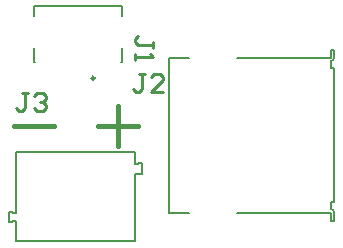
<source format=gbr>
%TF.GenerationSoftware,Altium Limited,Altium Designer,24.2.2 (26)*%
G04 Layer_Color=65535*
%FSLAX45Y45*%
%MOMM*%
%TF.SameCoordinates,ED05C265-6832-4B09-BD0A-DE9E8D978F3E*%
%TF.FilePolarity,Positive*%
%TF.FileFunction,Legend,Top*%
%TF.Part,Single*%
G01*
G75*
%TA.AperFunction,NonConductor*%
%ADD20C,0.20000*%
%ADD21C,0.25000*%
%ADD22C,0.38100*%
%ADD23C,0.25400*%
D20*
X6789983Y2594001D02*
G03*
X6760000Y2625000I-29983J999D01*
G01*
Y3875000D02*
G03*
X6789983Y3906000I0J30000D01*
G01*
X6759999Y2684996D02*
X6789999Y2685004D01*
X6760000Y2525000D02*
X6790000D01*
X6760000D02*
Y2595000D01*
X6789983Y2594001D02*
X6790000Y2525000D01*
X6759999Y2684996D02*
X6760000Y2625000D01*
X6759999Y3815004D02*
X6760000Y3875000D01*
X6759999Y3815004D02*
X6789999D01*
X6789983Y3906000D02*
X6790000Y3975000D01*
X6760000Y3905000D02*
Y3975000D01*
X6790000D01*
X5390000Y2595000D02*
Y3905000D01*
X6789999Y2685004D02*
Y3815004D01*
X5390000Y2595000D02*
X5560000D01*
X5964000D02*
X6760000D01*
X5964000Y3905000D02*
X6760000D01*
X5390000D02*
X5560000D01*
X4994500Y4258800D02*
Y4339992D01*
X4994530Y3870470D02*
Y3991200D01*
X4981399Y3870470D02*
X4994530D01*
X4245469Y3869998D02*
X4258499D01*
X4245469Y3870000D02*
Y3991200D01*
Y4258800D02*
Y4340000D01*
X4245500Y4339992D02*
X4994500D01*
X4100013Y2354993D02*
X5100019Y2354990D01*
X4040013Y2517493D02*
Y2602493D01*
X4100013Y2594993D01*
X4040013Y2517493D02*
X4100013Y2524993D01*
Y2354993D02*
Y2524993D01*
Y3104991D02*
X5100019D01*
X4100013Y2594993D02*
Y3104991D01*
X5160019Y2919991D02*
Y3014991D01*
X5100019Y3009991D02*
X5160019Y3014991D01*
X5100019Y2924991D02*
X5160019Y2919991D01*
X5100019Y3009991D02*
Y3104991D01*
Y2354990D02*
Y2924991D01*
D21*
X4762500Y3732500D02*
G03*
X4762500Y3732500I-12500J0D01*
G01*
D22*
X4080721Y3330000D02*
X4419278D01*
X4790721D02*
X5129279D01*
X4960000Y3499278D02*
Y3160721D01*
D23*
X5188308Y3770675D02*
X5137525D01*
X5162917D01*
Y3643717D01*
X5137525Y3618325D01*
X5112133D01*
X5086741Y3643717D01*
X5340659Y3618325D02*
X5239092D01*
X5340659Y3719892D01*
Y3745284D01*
X5315267Y3770675D01*
X5264484D01*
X5239092Y3745284D01*
X5253375Y3985299D02*
Y4036083D01*
Y4010691D01*
X5126416D01*
X5101025Y4036083D01*
Y4061475D01*
X5126416Y4086867D01*
X5101025Y3934516D02*
Y3883732D01*
Y3909124D01*
X5253375D01*
X5227983Y3934516D01*
X4194608Y3606175D02*
X4143825D01*
X4169216D01*
Y3479217D01*
X4143825Y3453825D01*
X4118433D01*
X4093041Y3479217D01*
X4245392Y3580784D02*
X4270784Y3606175D01*
X4321567D01*
X4346959Y3580784D01*
Y3555392D01*
X4321567Y3530000D01*
X4296175D01*
X4321567D01*
X4346959Y3504608D01*
Y3479217D01*
X4321567Y3453825D01*
X4270784D01*
X4245392Y3479217D01*
%TF.MD5,c5e6c817a8723518e999e369c1bcf1be*%
M02*

</source>
